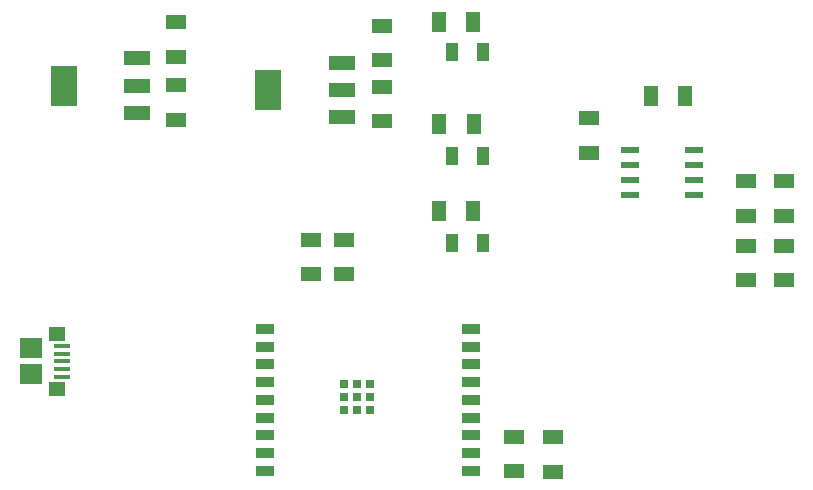
<source format=gtp>
G04*
G04 #@! TF.GenerationSoftware,Altium Limited,Altium Designer,24.1.2 (44)*
G04*
G04 Layer_Color=8421504*
%FSLAX44Y44*%
%MOMM*%
G71*
G04*
G04 #@! TF.SameCoordinates,CB13D785-5938-4027-9B75-91E117B44D59*
G04*
G04*
G04 #@! TF.FilePolarity,Positive*
G04*
G01*
G75*
%ADD17R,1.4000X0.4000*%
%ADD18R,1.4500X1.1500*%
%ADD19R,1.9000X1.7500*%
%ADD20R,1.8000X1.1500*%
%ADD21R,2.2000X3.5000*%
%ADD22R,2.2000X1.2000*%
%ADD23R,1.1500X1.8000*%
%ADD24R,1.0000X1.5000*%
%ADD25R,0.7000X0.7000*%
%ADD26R,1.5000X0.9000*%
%ADD27R,1.5500X0.6000*%
D17*
X43010Y135110D02*
D03*
Y128610D02*
D03*
Y122110D02*
D03*
Y115610D02*
D03*
Y109110D02*
D03*
D18*
X38810Y145310D02*
D03*
Y98910D02*
D03*
D19*
X16510Y133360D02*
D03*
Y110860D02*
D03*
D20*
X622300Y245320D02*
D03*
Y274320D02*
D03*
X139700Y326600D02*
D03*
Y355600D02*
D03*
Y408940D02*
D03*
Y379940D02*
D03*
X313690Y406190D02*
D03*
Y377190D02*
D03*
Y325330D02*
D03*
Y354330D02*
D03*
X622300Y190710D02*
D03*
Y219710D02*
D03*
X654050D02*
D03*
Y190710D02*
D03*
Y274320D02*
D03*
Y245320D02*
D03*
X282040Y224580D02*
D03*
Y195580D02*
D03*
X254040D02*
D03*
Y224580D02*
D03*
X425450Y58210D02*
D03*
Y29210D02*
D03*
X458470Y57680D02*
D03*
Y28680D02*
D03*
X488950Y298660D02*
D03*
Y327660D02*
D03*
D21*
X44680Y355460D02*
D03*
X217920Y351790D02*
D03*
D22*
X106680Y332460D02*
D03*
Y378460D02*
D03*
Y355460D02*
D03*
X279920Y374790D02*
D03*
Y351790D02*
D03*
Y328790D02*
D03*
D23*
X391305Y408940D02*
D03*
X362305D02*
D03*
X391690Y322580D02*
D03*
X362690D02*
D03*
X362305Y248920D02*
D03*
X391305D02*
D03*
X541760Y346710D02*
D03*
X570760D02*
D03*
D24*
X399310Y383540D02*
D03*
X373350D02*
D03*
Y222250D02*
D03*
X399310D02*
D03*
X373350Y295910D02*
D03*
X399310D02*
D03*
D25*
X303660Y102420D02*
D03*
X292660D02*
D03*
X281660D02*
D03*
Y80420D02*
D03*
X292660D02*
D03*
X303660D02*
D03*
Y91420D02*
D03*
X281660D02*
D03*
X292660D02*
D03*
D26*
X214760Y29420D02*
D03*
Y44420D02*
D03*
Y59420D02*
D03*
Y74420D02*
D03*
Y89420D02*
D03*
Y104420D02*
D03*
Y119420D02*
D03*
Y134420D02*
D03*
Y149420D02*
D03*
X389760D02*
D03*
Y134420D02*
D03*
Y119420D02*
D03*
Y104420D02*
D03*
Y89420D02*
D03*
Y74420D02*
D03*
Y59420D02*
D03*
Y44420D02*
D03*
Y29420D02*
D03*
D27*
X524180Y275590D02*
D03*
X578180Y262890D02*
D03*
Y275590D02*
D03*
Y288290D02*
D03*
Y300990D02*
D03*
X524180Y262890D02*
D03*
Y288290D02*
D03*
Y300990D02*
D03*
M02*

</source>
